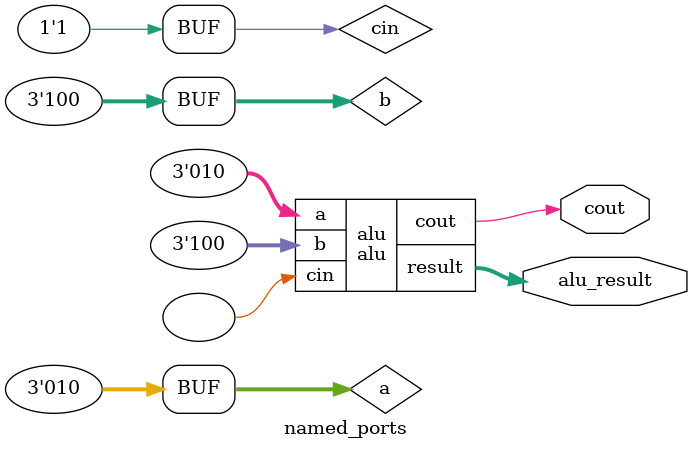
<source format=sv>
module alu (input [2:0] a, input [2:0] b, input cin, output cout, output [2:0] result);
	assign cout = cin;
	assign result = a + b;
endmodule

module named_ports(output [2:0] alu_result, output cout);
	wire [2:0] a = 3'b010, b = 3'b100;
	wire cin = 1;

	alu alu (
		.a(a),
		.b, // Implicit connection is equivalent to .b(b)
		.cin(), // Explicitely unconnected
		.cout(cout),
		.result(alu_result)
	);
endmodule


</source>
